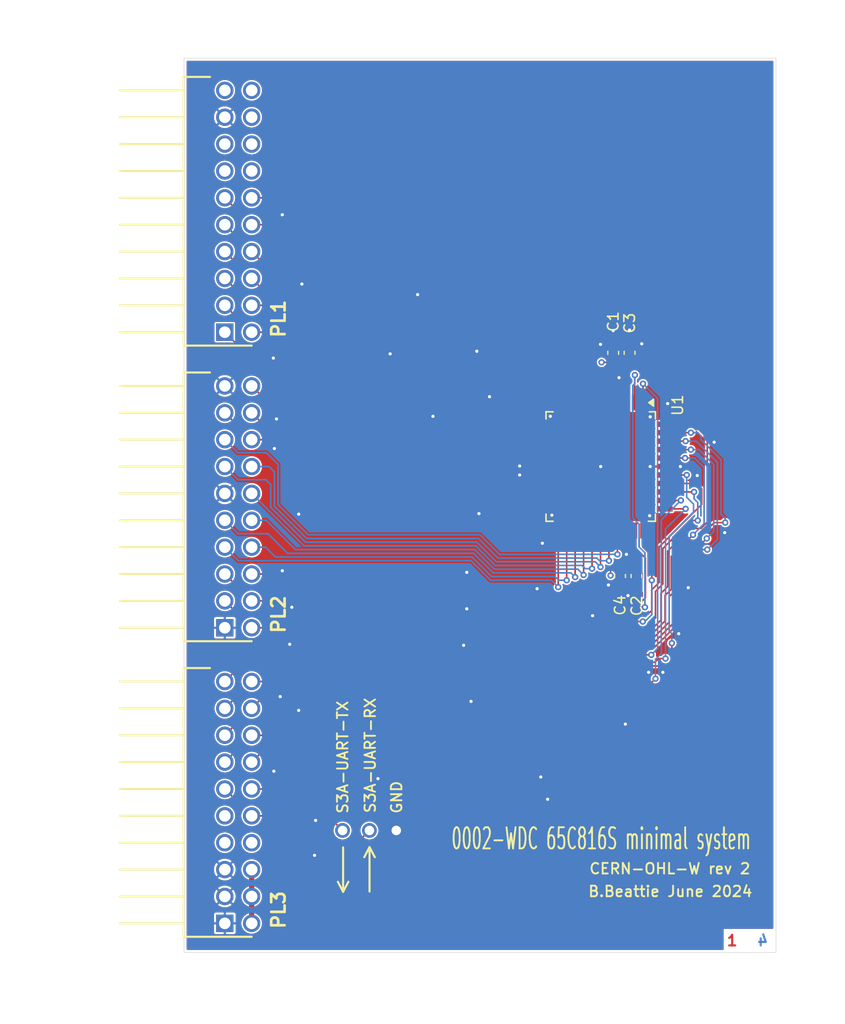
<source format=kicad_pcb>
(kicad_pcb (version 20240108) (generator "pcbnew") (generator_version "8.0")
  (title_block (title "65C816S Minimal System using Spartan3A Starter Kit") (date "2024-06-06") (rev "A") (comment 1 "CERN-OHL-W ver 2"))
  (layers (0 "F.Cu" jumper) (1 "In1.Cu" jumper) (2 "In2.Cu" signal) (31 "B.Cu" signal) (35 "F.Paste" user) (37 "F.SilkS" user "F.Silkscreen") (38 "B.Mask" user) (39 "F.Mask" user) (44 "Edge.Cuts" user))
  (net 0 "")
  (net 1 "/VDD")
  (net 2 "/A10")
  (net 3 "/A0")
  (net 4 "/A9")
  (net 8 "/A11")
  (net 9 "/A3")
  (net 12 "/A4")
  (net 13 "/A2")
  (net 14 "/GND")
  (net 15 "/A8")
  (net 16 "/A5")
  (net 17 "/A1")
  (net 18 "/A7")
  (net 19 "/A6")
  (net 20 "/D2")
  (net 21 "/D1")
  (net 22 "/D5")
  (net 23 "/VPA")
  (net 24 "/VDA")
  (net 25 "/A13")
  (net 26 "/D7")
  (net 27 "/D0")
  (net 28 "/A15")
  (net 29 "/E")
  (net 30 "/D6")
  (net 31 "/A14")
  (net 32 "/RnW")
  (net 33 "/D4")
  (net 34 "/D3")
  (net 35 "/A12")
  (net 36 "/MX")
  (net 37 "/nABORT")
  (net 38 "/5V0")
  (net 39 "/S3A-UART-RX")
  (net 40 "/nVP")
  (net 41 "/RDY")
  (net 42 "/BE")
  (net 44 "/nRESET")
  (net 46 "/nML")
  (net 47 "/nNMI")
  (net 49 "/SYSCLK")
  (net 50 "/nIRQ")
  (net 51 "/S3A-UART-TX")
  (footprint "Capacitor_SMD:C_0603_1608Metric_Pad1.08x0.95mm_HandSolder" (layer "F.Cu") (at 163.4 111.95 -90)
    (property "Reference" "C2")
    (property "Value" "100nF")
  )
  (footprint "Capacitor_SMD:C_0603_1608Metric_Pad1.08x0.95mm_HandSolder" (layer "F.Cu") (at 161.85 111.95 -90)
    (property "Reference" "C4")
    (property "Value" "C")
  )
  (footprint "Capacitor_SMD:C_0603_1608Metric_Pad1.08x0.95mm_HandSolder" (layer "F.Cu") (at 161.2 90.85 90)
    (property "Reference" "C1")
    (property "Value" "100nF")
  )
  (footprint "footprints:PQFP-44_10x10mm_P0.8mm" (layer "F.Cu") (at 160.02 101.6 -90)
    (property "Reference" "U1")
    (property "Value" "~")
  )
  (footprint "hdrs-skts:ADAM-TECH-PH2RA-20-UA" (layer "F.Cu") (at 124.46 116.84 90)
    (property "Reference" "PL2")
    (property "Value" "PH2RA-20-UA" (hide yes))
  )
  (footprint "hdrs-skts:ADAM-TECH-PH2RA-20-UA" (layer "F.Cu") (at 124.46 88.9 90)
    (property "Reference" "PL1")
    (property "Value" "PH2RA-20-UA" (hide yes))
  )
  (footprint "Capacitor_SMD:C_0603_1608Metric_Pad1.08x0.95mm_HandSolder" (layer "F.Cu") (at 162.75 90.85 90)
    (property "Reference" "C3")
    (property "Value" "C")
  )
  (footprint "hdrs-skts:ADAM-TECH-PH2RA-20-UA" (layer "F.Cu") (at 124.46 144.78 90)
    (property "Reference" "PL3")
    (property "Value" "PH2RA-20-UA" (hide yes))
  )
  (gr_line (start 135.65 141.8) (end 135.15 140.85) (stroke (width 0.2)) (layer "F.SilkS"))
  (gr_line (start 135.65 141.8) (end 136.15 140.85) (stroke (width 0.2)) (layer "F.SilkS"))
  (gr_line (start 135.65 137.6) (end 135.65 141.8) (stroke (width 0.2)) (layer "F.SilkS"))
  (gr_line (start 138.15 137.575) (end 138.65 138.525) (stroke (width 0.2)) (layer "F.SilkS"))
  (gr_line (start 138.15 137.575) (end 137.65 138.525) (stroke (width 0.2)) (layer "F.SilkS"))
  (gr_line (start 138.15 141.775) (end 138.15 137.575) (stroke (width 0.2)) (layer "F.SilkS"))
  (gr_rect (start 120.6 63) (end 176.6 147.54) (stroke (width 0.05)) (fill none) (layer "Edge.Cuts"))
  (gr_text "1" (at 171.85 147 0) (layer "F.Cu") (effects (font (size 1 1) (thickness 0.2) (bold yes)) (justify left bottom)))
  (gr_text "4" (at 175.95 147 0) (layer "B.Cu") (effects (font (size 1 1) (thickness 0.2) (bold yes)) (justify left bottom mirror)))
  (gr_text "0002-WDC 65C816S minimal system" (at 145.8 137.95 0) (layer "F.SilkS") (effects (font (size 2 1) (thickness 0.175) (bold yes)) (justify left bottom)))
  (gr_text "S3A-UART-TX" (at 136.2 134.5 90) (layer "F.SilkS") (effects (font (size 1 1) (thickness 0.175) (bold yes)) (justify left bottom)))
  (gr_text "B.Beattie June 2024" (at 158.75 142.35 0) (layer "F.SilkS") (effects (font (size 1 1) (thickness 0.175)) (justify left bottom)))
  (gr_text "GND" (at 141.3 134.5 90) (layer "F.SilkS") (effects (font (size 1 1) (thickness 0.175) (bold yes)) (justify left bottom)))
  (gr_text "CERN-OHL-W rev 2" (at 158.85 140.2 0) (layer "F.SilkS") (effects (font (size 1 1) (thickness 0.175) (bold yes)) (justify left bottom)))
  (gr_text "S3A-UART-RX" (at 138.8 134.45 90) (layer "F.SilkS") (effects (font (size 1 1) (thickness 0.175) (bold yes)) (justify left bottom)))
  (segment (start 161.1625 91.75) (end 161.2 91.7125) (width 0.15) (layer "F.Cu") (net 1))
  (segment (start 162.55 91.9125) (end 162.55 93.8) (width 0.15) (layer "F.Cu") (net 1))
  (segment (start 161.85 111.0875) (end 163.4 111.0875) (width 0.15) (layer "F.Cu") (net 1))
  (segment (start 162.42 93.93) (end 162.42 95.55) (width 0.15) (layer "F.Cu") (net 1))
  (segment (start 163.4 111.0875) (end 163.4 109.95) (width 0.15) (layer "F.Cu") (net 1))
  (segment (start 160.1 91.75) (end 161.1625 91.75) (width 0.15) (layer "F.Cu") (net 1))
  (segment (start 161.2 91.7125) (end 162.75 91.7125) (width 0.15) (layer "F.Cu") (net 1))
  (segment (start 161.1125 111.0875) (end 161.85 111.0875) (width 0.15) (layer "F.Cu") (net 1))
  (segment (start 163.4 109.95) (end 162.42 108.97) (width 0.15) (layer "F.Cu") (net 1))
  (segment (start 160.95 111.9) (end 160.95 111.25) (width 0.15) (layer "F.Cu") (net 1))
  (segment (start 162.42 108.97) (end 162.42 107.65) (width 0.15) (layer "F.Cu") (net 1))
  (segment (start 160.95 111.25) (end 161.1125 111.0875) (width 0.15) (layer "F.Cu") (net 1))
  (segment (start 162.75 91.7125) (end 162.55 91.9125) (width 0.15) (layer "F.Cu") (net 1))
  (segment (start 162.55 93.8) (end 162.42 93.93) (width 0.15) (layer "F.Cu") (net 1))
  (via (at 160.1 91.75) (size 0.6) (drill 0.3) (layers "F.Cu" "B.Cu") (net 1))
  (via (at 160.95 111.9) (size 0.6) (drill 0.3) (layers "F.Cu" "B.Cu") (net 1))
  (segment (start 152.6 100) (end 153.97 100) (width 0.15) (layer "F.Cu") (net 2))
  (segment (start 149.65 98.65) (end 151.25 98.65) (width 0.15) (layer "F.Cu") (net 2))
  (segment (start 129.05 88.9) (end 129.95 89.8) (width 0.15) (layer "F.Cu") (net 2))
  (segment (start 127 88.9) (end 129.05 88.9) (width 0.15) (layer "F.Cu") (net 2))
  (segment (start 140.8 89.8) (end 149.65 98.65) (width 0.15) (layer "F.Cu") (net 2))
  (segment (start 129.95 89.8) (end 140.8 89.8) (width 0.15) (layer "F.Cu") (net 2))
  (segment (start 151.25 98.65) (end 152.6 100) (width 0.15) (layer "F.Cu") (net 2))
  (segment (start 129.25 76.85) (end 129.25 78.1) (width 0.15) (layer "F.Cu") (net 3))
  (segment (start 128.6 76.2) (end 129.25 76.85) (width 0.15) (layer "F.Cu") (net 3))
  (segment (start 148 91.75) (end 157.6 91.75) (width 0.15) (layer "F.Cu") (net 3))
  (segment (start 129.25 78.1) (end 130.35 79.2) (width 0.15) (layer "F.Cu") (net 3))
  (segment (start 160.72 93.4) (end 161.62 94.3) (width 0.15) (layer "F.Cu") (net 3))
  (segment (start 159.25 93.4) (end 160.72 93.4) (width 0.15) (layer "F.Cu") (net 3))
  (segment (start 130.35 79.2) (end 130.35 84.05) (width 0.15) (layer "F.Cu") (net 3))
  (segment (start 130.35 84.05) (end 132.5 86.2) (width 0.15) (layer "F.Cu") (net 3))
  (segment (start 157.6 91.75) (end 159.25 93.4) (width 0.15) (layer "F.Cu") (net 3))
  (segment (start 132.5 86.2) (end 142.45 86.2) (width 0.15) (layer "F.Cu") (net 3))
  (segment (start 142.45 86.2) (end 148 91.75) (width 0.15) (layer "F.Cu") (net 3))
  (segment (start 127 76.2) (end 128.6 76.2) (width 0.15) (layer "F.Cu") (net 3))
  (segment (start 161.62 94.3) (end 161.62 95.55) (width 0.15) (layer "F.Cu") (net 3))
  (segment (start 141 89.4) (end 149.9 98.3) (width 0.15) (layer "F.Cu") (net 4))
  (segment (start 128.45 87.6) (end 130.25 89.4) (width 0.15) (layer "F.Cu") (net 4))
  (segment (start 149.9 98.3) (end 151.75 98.3) (width 0.15) (layer "F.Cu") (net 4))
  (segment (start 151.75 98.3) (end 152.65 99.2) (width 0.15) (layer "F.Cu") (net 4))
  (segment (start 130.25 89.4) (end 141 89.4) (width 0.15) (layer "F.Cu") (net 4))
  (segment (start 125.7 87.6) (end 128.45 87.6) (width 0.15) (layer "F.Cu") (net 4))
  (segment (start 124.46 86.36) (end 125.7 87.6) (width 0.15) (layer "F.Cu") (net 4))
  (segment (start 152.65 99.2) (end 153.97 99.2) (width 0.15) (layer "F.Cu") (net 4))
  (segment (start 125.71 90.15) (end 140.55 90.15) (width 0.15) (layer "F.Cu") (net 8))
  (segment (start 140.55 90.15) (end 149.4 99) (width 0.15) (layer "F.Cu") (net 8))
  (segment (start 124.46 88.9) (end 125.71 90.15) (width 0.15) (layer "F.Cu") (net 8))
  (segment (start 152.65 100.8) (end 153.97 100.8) (width 0.15) (layer "F.Cu") (net 8))
  (segment (start 149.4 99) (end 150.85 99) (width 0.15) (layer "F.Cu") (net 8))
  (segment (start 150.85 99) (end 152.65 100.8) (width 0.15) (layer "F.Cu") (net 8))
  (segment (start 129.3 84.5) (end 132.05 87.25) (width 0.15) (layer "F.Cu") (net 9))
  (segment (start 128 80) (end 129.3 81.3) (width 0.15) (layer "F.Cu") (net 9))
  (segment (start 124.46 78.74) (end 125.72 80) (width 0.15) (layer "F.Cu") (net 9))
  (segment (start 125.72 80) (end 128 80) (width 0.15) (layer "F.Cu") (net 9))
  (segment (start 156.87 92.8) (end 158.42 94.35) (width 0.15) (layer "F.Cu") (net 9))
  (segment (start 129.3 81.3) (end 129.3 84.5) (width 0.15) (layer "F.Cu") (net 9))
  (segment (start 132.05 87.25) (end 142.05 87.25) (width 0.15) (layer "F.Cu") (net 9))
  (segment (start 142.05 87.25) (end 147.6 92.8) (width 0.15) (layer "F.Cu") (net 9))
  (segment (start 158.42 94.35) (end 158.42 95.55) (width 0.15) (layer "F.Cu") (net 9))
  (segment (start 147.6 92.8) (end 156.87 92.8) (width 0.15) (layer "F.Cu") (net 9))
  (segment (start 127 81.28) (end 128.95 83.23) (width 0.15) (layer "F.Cu") (net 12))
  (segment (start 156.37 93.15) (end 157.62 94.4) (width 0.15) (layer "F.Cu") (net 12))
  (segment (start 128.95 83.23) (end 128.95 84.7) (width 0.15) (layer "F.Cu") (net 12))
  (segment (start 157.62 94.4) (end 157.62 95.55) (width 0.15) (layer "F.Cu") (net 12))
  (segment (start 147.45 93.15) (end 156.37 93.15) (width 0.15) (layer "F.Cu") (net 12))
  (segment (start 128.95 84.7) (end 131.85 87.6) (width 0.15) (layer "F.Cu") (net 12))
  (segment (start 141.9 87.6) (end 147.45 93.15) (width 0.15) (layer "F.Cu") (net 12))
  (segment (start 131.85 87.6) (end 141.9 87.6) (width 0.15) (layer "F.Cu") (net 12))
  (segment (start 157.32 92.45) (end 159.22 94.35) (width 0.15) (layer "F.Cu") (net 13))
  (segment (start 129.65 79.55) (end 129.65 84.35) (width 0.15) (layer "F.Cu") (net 13))
  (segment (start 127 78.74) (end 128.84 78.74) (width 0.15) (layer "F.Cu") (net 13))
  (segment (start 129.65 84.35) (end 132.2 86.9) (width 0.15) (layer "F.Cu") (net 13))
  (segment (start 142.2 86.9) (end 147.75 92.45) (width 0.15) (layer "F.Cu") (net 13))
  (segment (start 159.22 94.35) (end 159.22 95.55) (width 0.15) (layer "F.Cu") (net 13))
  (segment (start 132.2 86.9) (end 142.2 86.9) (width 0.15) (layer "F.Cu") (net 13))
  (segment (start 147.75 92.45) (end 157.32 92.45) (width 0.15) (layer "F.Cu") (net 13))
  (segment (start 128.84 78.74) (end 129.65 79.55) (width 0.15) (layer "F.Cu") (net 13))
  (segment (start 153.97 102.4) (end 155.3 102.4) (width 0.15) (layer "F.Cu") (net 14))
  (segment (start 167.55 101.6) (end 169 101.6) (width 0.15) (layer "F.Cu") (net 14))
  (segment (start 166.07 101.6) (end 164.7 101.6) (width 0.15) (layer "F.Cu") (net 14))
  (segment (start 169 101.6) (end 169.5 102.1) (width 0.15) (layer "F.Cu") (net 14))
  (segment (start 166.07 101.6) (end 167.55 101.6) (width 0.15) (layer "F.Cu") (net 14))
  (segment (start 153.97 101.6) (end 155.25 101.6) (width 0.15) (layer "F.Cu") (net 14))
  (via (at 138.95 131.1) (size 0.6) (drill 0.3) (layers "F.Cu" "B.Cu") (net 14))
  (via (at 167.4 117.4) (size 0.6) (drill 0.3) (layers "F.Cu" "B.Cu") (net 14))
  (via (at 142.7 85.35) (size 0.6) (drill 0.3) (layers "F.Cu" "B.Cu") (net 14))
  (via (at 168.3 113.05) (size 0.6) (drill 0.3) (layers "F.Cu" "B.Cu") (net 14))
  (via (at 129.7 123.35) (size 0.6) (drill 0.3) (layers "F.Cu" "B.Cu") (net 14))
  (via (at 129.1 130.4) (size 0.6) (drill 0.3) (layers "F.Cu" "B.Cu") (net 14))
  (via (at 162.6 113.8) (size 0.6) (drill 0.3) (layers "F.Cu" "B.Cu") (net 14))
  (via (at 147.35 111.6) (size 0.6) (drill 0.3) (layers "F.Cu" "B.Cu") (net 14))
  (via (at 170.75 99.3) (size 0.6) (drill 0.3) (layers "F.Cu" "B.Cu") (net 14))
  (via (at 164.65 106.25) (size 0.6) (drill 0.3) (layers "F.Cu" "B.Cu") (net 14))
  (via (at 164.7 101.6) (size 0.6) (drill 0.3) (layers "F.Cu" "B.Cu") (net 14))
  (via (at 163.9 90) (size 0.6) (drill 0.3) (layers "F.Cu" "B.Cu") (net 14))
  (via (at 149.5 95) (size 0.6) (drill 0.3) (layers "F.Cu" "B.Cu") (net 14))
  (via (at 129.15 99.9) (size 0.6) (drill 0.3) (layers "F.Cu" "B.Cu") (net 14))
  (via (at 140.68 136) (size 1.4) (drill 0.9) (layers "F.Cu" "B.Cu") (net 14))
  (via (at 148.3 90.7) (size 0.6) (drill 0.3) (layers "F.Cu" "B.Cu") (net 14))
  (via (at 154.35 130.95) (size 0.6) (drill 0.3) (layers "F.Cu" "B.Cu") (net 14))
  (via (at 165.9 121.05) (size 0.6) (drill 0.3) (layers "F.Cu" "B.Cu") (net 14))
  (via (at 162.45 109.9) (size 0.6) (drill 0.3) (layers "F.Cu" "B.Cu") (net 14))
  (via (at 131.75 84.35) (size 0.6) (drill 0.3) (layers "F.Cu" "B.Cu") (net 14))
  (via (at 148.5 106.05) (size 0.6) (drill 0.3) (layers "F.Cu" "B.Cu") (net 14))
  (via (at 130.6 118.4) (size 0.6) (drill 0.3) (layers "F.Cu" "B.Cu") (net 14))
  (via (at 147.75 123.8) (size 0.6) (drill 0.3) (layers "F.Cu" "B.Cu") (net 14))
  (via (at 161.75 93.2) (size 0.6) (drill 0.3) (layers "F.Cu" "B.Cu") (net 14))
  (via (at 154 113.15) (size 0.6) (drill 0.3) (layers "F.Cu" "B.Cu") (net 14))
  (via (at 155.4 106.2) (size 0.6) (drill 0.3) (layers "F.Cu" "B.Cu") (net 14))
  (via (at 169.15 102.45) (size 0.6) (drill 0.3) (layers "F.Cu" "B.Cu") (net 14))
  (via (at 154.5 108.85) (size 0.6) (drill 0.3) (layers "F.Cu" "B.Cu") (net 14))
  (via (at 129.9 77.8) (size 0.6) (drill 0.3) (layers "F.Cu" "B.Cu") (net 14))
  (via (at 155.25 96.85) (size 0.6) (drill 0.3) (layers "F.Cu" "B.Cu") (net 14))
  (via (at 147.35 115.05) (size 0.6) (drill 0.3) (layers "F.Cu" "B.Cu") (net 14))
  (via (at 133.05 135.05) (size 0.6) (drill 0.3) (layers "F.Cu" "B.Cu") (net 14))
  (via (at 152.35 101.55) (size 0.6) (drill 0.3) (layers "F.Cu" "B.Cu") (net 14))
  (via (at 162.35 125.95) (size 0.6) (drill 0.3) (layers "F.Cu" "B.Cu") (net 14))
  (via (at 162.75 88.7) (size 0.6) (drill 0.3) (layers "F.Cu" "B.Cu") (net 14))
  (via (at 159.25 115.7) (size 0.6) (drill 0.3) (layers "F.Cu" "B.Cu") (net 14))
  (via (at 160.02 101.6) (size 0.6) (drill 0.3) (layers "F.Cu" "B.Cu") (net 14))
  (via (at 166.35 95.65) (size 0.6) (drill 0.3) (layers "F.Cu" "B.Cu") (net 14))
  (via (at 147.05 118.5) (size 0.6) (drill 0.3) (layers "F.Cu" "B.Cu") (net 14))
  (via (at 160 90.05) (size 0.6) (drill 0.3) (layers "F.Cu" "B.Cu") (net 14))
  (via (at 131.45 124.65) (size 0.6) (drill 0.3) (layers "F.Cu" "B.Cu") (net 14))
  (via (at 164.55 121.05) (size 0.6) (drill 0.3) (layers "F.Cu" "B.Cu") (net 14))
  (via (at 130.8 114.9) (size 0.6) (drill 0.3) (layers "F.Cu" "B.Cu") (net 14))
  (via (at 129.05 91.35) (size 0.6) (drill 0.3) (layers "F.Cu" "B.Cu") (net 14))
  (via (at 167.55 101.6) (size 0.6) (drill 0.3) (layers "F.Cu" "B.Cu") (net 14))
  (via (at 171.75 107.85) (size 0.6) (drill 0.3) (layers "F.Cu" "B.Cu") (net 14))
  (via (at 144.15 96.85) (size 0.6) (drill 0.3) (layers "F.Cu" "B.Cu") (net 14))
  (via (at 160.75 112.8) (size 0.6) (drill 0.3) (layers "F.Cu" "B.Cu") (net 14))
  (via (at 164.7 96.9) (size 0.6) (drill 0.3) (layers "F.Cu" "B.Cu") (net 14))
  (via (at 152.35 102.4) (size 0.6) (drill 0.3) (layers "F.Cu" "B.Cu") (net 14))
  (via (at 131.45 106.1) (size 0.6) (drill 0.3) (layers "F.Cu" "B.Cu") (net 14))
  (via (at 129.9 111.45) (size 0.6) (drill 0.3) (layers "F.Cu" "B.Cu") (net 14))
  (via (at 132.95 138.35) (size 0.6) (drill 0.3) (layers "F.Cu" "B.Cu") (net 14))
  (via (at 129.35 97.1) (size 0.6) (drill 0.3) (layers "F.Cu" "B.Cu") (net 14))
  (via (at 155 133.05) (size 0.6) (drill 0.3) (layers "F.Cu" "B.Cu") (net 14))
  (via (at 140.1 90.95) (size 0.6) (drill 0.3) (layers "F.Cu" "B.Cu") (net 14))
  (via (at 161.2 88.75) (size 0.6) (drill 0.3) (layers "F.Cu" "B.Cu") (net 14))
  (segment (start 152.2 97.95) (end 152.65 98.4) (width 0.15) (layer "F.Cu") (net 15))
  (segment (start 150.1 97.95) (end 152.2 97.95) (width 0.15) (layer "F.Cu") (net 15))
  (segment (start 130.45 89.05) (end 141.2 89.05) (width 0.15) (layer "F.Cu") (net 15))
  (segment (start 141.2 89.05) (end 150.1 97.95) (width 0.15) (layer "F.Cu") (net 15))
  (segment (start 152.65 98.4) (end 153.97 98.4) (width 0.15) (layer "F.Cu") (net 15))
  (segment (start 128.4 86.36) (end 128.75 86.71) (width 0.15) (layer "F.Cu") (net 15))
  (segment (start 127 86.36) (end 128.4 86.36) (width 0.15) (layer "F.Cu") (net 15))
  (segment (start 128.75 86.71) (end 128.75 87.35) (width 0.15) (layer "F.Cu") (net 15))
  (segment (start 128.75 87.35) (end 130.45 89.05) (width 0.15) (layer "F.Cu") (net 15))
  (segment (start 129.8 86.7) (end 131.05 87.95) (width 0.15) (layer "F.Cu") (net 16))
  (segment (start 128.6 83.5) (end 128.6 84.85) (width 0.15) (layer "F.Cu") (net 16))
  (segment (start 141.75 87.95) (end 147.3 93.5) (width 0.15) (layer "F.Cu") (net 16))
  (segment (start 128.6 84.85) (end 129.8 86.05) (width 0.15) (layer "F.Cu") (net 16))
  (segment (start 129.8 86.05) (end 129.8 86.7) (width 0.15) (layer "F.Cu") (net 16))
  (segment (start 127.65 82.55) (end 128.6 83.5) (width 0.15) (layer "F.Cu") (net 16))
  (segment (start 156.82 94.45) (end 156.82 95.55) (width 0.15) (layer "F.Cu") (net 16))
  (segment (start 155.87 93.5) (end 156.82 94.45) (width 0.15) (layer "F.Cu") (net 16))
  (segment (start 124.46 81.28) (end 125.73 82.55) (width 0.15) (layer "F.Cu") (net 16))
  (segment (start 131.05 87.95) (end 141.75 87.95) (width 0.15) (layer "F.Cu") (net 16))
  (segment (start 147.3 93.5) (end 155.87 93.5) (width 0.15) (layer "F.Cu") (net 16))
  (segment (start 125.73 82.55) (end 127.65 82.55) (width 0.15) (layer "F.Cu") (net 16))
  (segment (start 142.35 86.55) (end 147.9 92.1) (width 0.15) (layer "F.Cu") (net 17))
  (segment (start 160.21 93.74) (end 160.82 94.35) (width 0.15) (layer "F.Cu") (net 17))
  (segment (start 130 84.2) (end 132.35 86.55) (width 0.15) (layer "F.Cu") (net 17))
  (segment (start 160.82 94.35) (end 160.82 95.55) (width 0.15) (layer "F.Cu") (net 17))
  (segment (start 157.5 92.1) (end 159.14 93.74) (width 0.15) (layer "F.Cu") (net 17))
  (segment (start 159.14 93.74) (end 160.21 93.74) (width 0.15) (layer "F.Cu") (net 17))
  (segment (start 128.1 77.45) (end 130 79.35) (width 0.15) (layer "F.Cu") (net 17))
  (segment (start 132.35 86.55) (end 142.35 86.55) (width 0.15) (layer "F.Cu") (net 17))
  (segment (start 124.46 76.2) (end 125.71 77.45) (width 0.15) (layer "F.Cu") (net 17))
  (segment (start 147.9 92.1) (end 157.5 92.1) (width 0.15) (layer "F.Cu") (net 17))
  (segment (start 130 79.35) (end 130 84.2) (width 0.15) (layer "F.Cu") (net 17))
  (segment (start 125.71 77.45) (end 128.1 77.45) (width 0.15) (layer "F.Cu") (net 17))
  (segment (start 129.1 87.2) (end 129.1 86.5) (width 0.15) (layer "F.Cu") (net 18))
  (segment (start 129.1 86.5) (end 127.7 85.1) (width 0.15) (layer "F.Cu") (net 18))
  (segment (start 141.45 88.7) (end 130.6 88.7) (width 0.15) (layer "F.Cu") (net 18))
  (segment (start 141.45 88.7) (end 150.35 97.6) (width 0.15) (layer "F.Cu") (net 18))
  (segment (start 130.6 88.7) (end 129.1 87.2) (width 0.15) (layer "F.Cu") (net 18))
  (segment (start 150.35 97.6) (end 153.97 97.6) (width 0.15) (layer "F.Cu") (net 18))
  (segment (start 127.7 85.1) (end 125.74 85.1) (width 0.15) (layer "F.Cu") (net 18))
  (segment (start 125.74 85.1) (end 124.46 83.82) (width 0.15) (layer "F.Cu") (net 18))
  (segment (start 129.45 86.9) (end 130.85 88.3) (width 0.15) (layer "F.Cu") (net 19))
  (segment (start 127 83.82) (end 129.45 86.27) (width 0.15) (layer "F.Cu") (net 19))
  (segment (start 141.6 88.3) (end 147.15 93.85) (width 0.15) (layer "F.Cu") (net 19))
  (segment (start 155.42 93.85) (end 156.02 94.45) (width 0.15) (layer "F.Cu") (net 19))
  (segment (start 147.15 93.85) (end 155.42 93.85) (width 0.15) (layer "F.Cu") (net 19))
  (segment (start 129.45 86.27) (end 129.45 86.9) (width 0.15) (layer "F.Cu") (net 19))
  (segment (start 156.02 94.45) (end 156.02 95.55) (width 0.15) (layer "F.Cu") (net 19))
  (segment (start 130.85 88.3) (end 141.6 88.3) (width 0.15) (layer "F.Cu") (net 19))
  (segment (start 160.02 107.65) (end 160.02 108.88) (width 0.15) (layer "F.Cu") (net 20))
  (segment (start 160.02 108.88) (end 160 108.9) (width 0.15) (layer "F.Cu") (net 20))
  (segment (start 160 111.1) (end 160 108.9) (width 0.15) (layer "F.Cu") (net 20))
  (via (at 160 111.1) (size 0.6) (drill 0.3) (layers "F.Cu" "B.Cu") (net 20))
  (segment (start 128.8 103.3) (end 128.8 105.45) (width 0.15) (layer "B.Cu") (net 20))
  (segment (start 159.5 110.6) (end 160 111.1) (width 0.15) (layer "B.Cu") (net 20))
  (segment (start 128.8 105.45) (end 132.1 108.75) (width 0.15) (layer "B.Cu") (net 20))
  (segment (start 124.46 101.6) (end 125.71 102.85) (width 0.15) (layer "B.Cu") (net 20))
  (segment (start 148.3 108.75) (end 150.15 110.6) (width 0.15) (layer "B.Cu") (net 20))
  (segment (start 132.1 108.75) (end 148.3 108.75) (width 0.15) (layer "B.Cu") (net 20))
  (segment (start 150.15 110.6) (end 159.5 110.6) (width 0.15) (layer "B.Cu") (net 20))
  (segment (start 125.71 102.85) (end 128.35 102.85) (width 0.15) (layer "B.Cu") (net 20))
  (segment (start 128.35 102.85) (end 128.8 103.3) (width 0.15) (layer "B.Cu") (net 20))
  (segment (start 160.8 107.67) (end 160.82 107.65) (width 0.15) (layer "F.Cu") (net 21))
  (segment (start 160.8 110.5) (end 160.8 107.67) (width 0.15) (layer "F.Cu") (net 21))
  (via (at 160.8 110.5) (size 0.6) (drill 0.3) (layers "F.Cu" "B.Cu") (net 21))
  (segment (start 159.9 110.5) (end 159.65 110.25) (width 0.15) (layer "B.Cu") (net 21))
  (segment (start 150.3 110.25) (end 148.45 108.4) (width 0.15) (layer "B.Cu") (net 21))
  (segment (start 129.15 102.1) (end 128.65 101.6) (width 0.15) (layer "B.Cu") (net 21))
  (segment (start 132.2 108.4) (end 129.15 105.35) (width 0.15) (layer "B.Cu") (net 21))
  (segment (start 160.8 110.5) (end 159.9 110.5) (width 0.15) (layer "B.Cu") (net 21))
  (segment (start 128.65 101.6) (end 127 101.6) (width 0.15) (layer "B.Cu") (net 21))
  (segment (start 129.15 105.35) (end 129.15 102.1) (width 0.15) (layer "B.Cu") (net 21))
  (segment (start 148.45 108.4) (end 132.2 108.4) (width 0.15) (layer "B.Cu") (net 21))
  (segment (start 159.65 110.25) (end 150.3 110.25) (width 0.15) (layer "B.Cu") (net 21))
  (segment (start 157.6 112.05) (end 157.6 107.67) (width 0.15) (layer "F.Cu") (net 22))
  (segment (start 157.6 107.67) (end 157.62 107.65) (width 0.15) (layer "F.Cu") (net 22))
  (via (at 157.6 112.05) (size 0.6) (drill 0.3) (layers "F.Cu" "B.Cu") (net 22))
  (segment (start 157.2 111.65) (end 157.6 112.05) (width 0.15) (layer "B.Cu") (net 22))
  (segment (start 128.55 107.95) (end 130.4 109.8) (width 0.15) (layer "B.Cu") (net 22))
  (segment (start 124.46 106.68) (end 125.73 107.95) (width 0.15) (layer "B.Cu") (net 22))
  (segment (start 130.4 109.8) (end 148 109.8) (width 0.15) (layer "B.Cu") (net 22))
  (segment (start 149.85 111.65) (end 157.2 111.65) (width 0.15) (layer "B.Cu") (net 22))
  (segment (start 148 109.8) (end 149.85 111.65) (width 0.15) (layer "B.Cu") (net 22))
  (segment (start 125.73 107.95) (end 128.55 107.95) (width 0.15) (layer "B.Cu") (net 22))
  (segment (start 149.1 114.4) (end 159.85 114.4) (width 0.15) (layer "F.Cu") (net 23))
  (segment (start 124.46 111.76) (end 125.75 113.05) (width 0.15) (layer "F.Cu") (net 23))
  (segment (start 125.75 113.05) (end 147.75 113.05) (width 0.15) (layer "F.Cu") (net 23))
  (segment (start 159.85 114.4) (end 160.35 114.9) (width 0.15) (layer "F.Cu") (net 23))
  (segment (start 147.75 113.05) (end 149.1 114.4) (width 0.15) (layer "F.Cu") (net 23))
  (segment (start 160.35 114.9) (end 164.2 114.9) (width 0.15) (layer "F.Cu") (net 23))
  (segment (start 163.22 92.98) (end 163.25 92.95) (width 0.15) (layer "F.Cu") (net 23))
  (segment (start 163.22 95.55) (end 163.22 92.98) (width 0.15) (layer "F.Cu") (net 23))
  (via (at 164.2 114.9) (size 0.6) (drill 0.3) (layers "F.Cu" "B.Cu") (net 23))
  (via (at 163.25 92.95) (size 0.6) (drill 0.3) (layers "F.Cu" "B.Cu") (net 23))
  (segment (start 163.05 106.45) (end 163.05 93.95) (width 0.15) (layer "B.Cu") (net 23))
  (segment (start 164.2 114.9) (end 164.2 109.75) (width 0.15) (layer "B.Cu") (net 23))
  (segment (start 163.65 109.2) (end 163.65 107.05) (width 0.15) (layer "B.Cu") (net 23))
  (segment (start 163.65 107.05) (end 163.05 106.45) (width 0.15) (layer "B.Cu") (net 23))
  (segment (start 164.2 109.75) (end 163.65 109.2) (width 0.15) (layer "B.Cu") (net 23))
  (segment (start 163.25 93.75) (end 163.25 92.95) (width 0.15) (layer "B.Cu") (net 23))
  (segment (start 163.05 93.95) (end 163.25 93.75) (width 0.15) (layer "B.Cu") (net 23))
  (segment (start 163.95 115.55) (end 164.5 115.55) (width 0.15) (layer "F.Cu") (net 24))
  (segment (start 127 114.3) (end 128.75 114.3) (width 0.15) (layer "F.Cu") (net 24))
  (segment (start 147.6 113.4) (end 149 114.8) (width 0.15) (layer "F.Cu") (net 24))
  (segment (start 169.575 105.175) (end 169.575 103.725) (width 0.15) (layer "F.Cu") (net 24))
  (segment (start 169.05 103.2) (end 166.07 103.2) (width 0.15) (layer "F.Cu") (net 24))
  (segment (start 159.75 114.8) (end 160.25 115.3) (width 0.15) (layer "F.Cu") (net 24))
  (segment (start 165.55 112.55) (end 165.55 109.2) (width 0.15) (layer "F.Cu") (net 24))
  (segment (start 169.575 103.725) (end 169.05 103.2) (width 0.15) (layer "F.Cu") (net 24))
  (segment (start 164.5 115.55) (end 164.85 115.2) (width 0.15) (layer "F.Cu") (net 24))
  (segment (start 165.55 109.2) (end 169.575 105.175) (width 0.15) (layer "F.Cu") (net 24))
  (segment (start 149 114.8) (end 159.75 114.8) (width 0.15) (layer "F.Cu") (net 24))
  (segment (start 164.85 115.2) (end 164.85 113.25) (width 0.15) (layer "F.Cu") (net 24))
  (segment (start 128.75 114.3) (end 129.65 113.4) (width 0.15) (layer "F.Cu") (net 24))
  (segment (start 129.65 113.4) (end 147.6 113.4) (width 0.15) (layer "F.Cu") (net 24))
  (segment (start 164.85 113.25) (end 165.55 112.55) (width 0.15) (layer "F.Cu") (net 24))
  (segment (start 160.25 115.3) (end 163.7 115.3) (width 0.15) (layer "F.Cu") (net 24))
  (segment (start 163.7 115.3) (end 163.95 115.55) (width 0.15) (layer "F.Cu") (net 24))
  (segment (start 152.25 104) (end 153.97 104) (width 0.15) (layer "F.Cu") (net 25))
  (segment (start 128.83 98.35) (end 142.4 98.35) (width 0.15) (layer "F.Cu") (net 25))
  (segment (start 127 96.52) (end 128.83 98.35) (width 0.15) (layer "F.Cu") (net 25))
  (segment (start 147.6 103.55) (end 151.8 103.55) (width 0.15) (layer "F.Cu") (net 25))
  (segment (start 142.4 98.35) (end 147.6 103.55) (width 0.15) (layer "F.Cu") (net 25))
  (segment (start 151.8 103.55) (end 152.25 104) (width 0.15) (layer "F.Cu") (net 25))
  (segment (start 156 113) (end 156 107.67) (width 0.15) (layer "F.Cu") (net 26))
  (segment (start 156 107.67) (end 156.02 107.65) (width 0.15) (layer "F.Cu") (net 26))
  (via (at 156 113) (size 0.6) (drill 0.3) (layers "F.Cu" "B.Cu") (net 26))
  (segment (start 125.74 110.5) (end 124.46 109.22) (width 0.15) (layer "B.Cu") (net 26))
  (segment (start 149.6 112.35) (end 147.75 110.5) (width 0.15) (layer "B.Cu") (net 26))
  (segment (start 147.75 110.5) (end 125.74 110.5) (width 0.15) (layer "B.Cu") (net 26))
  (segment (start 156 113) (end 155.35 112.35) (width 0.15) (layer "B.Cu") (net 26))
  (segment (start 155.35 112.35) (end 149.6 112.35) (width 0.15) (layer "B.Cu") (net 26))
  (segment (start 161.6 109.9) (end 161.6 107.67) (width 0.15) (layer "F.Cu") (net 27))
  (segment (start 161.6 107.67) (end 161.62 107.65) (width 0.15) (layer "F.Cu") (net 27))
  (via (at 161.6 109.9) (size 0.6) (drill 0.3) (layers "F.Cu" "B.Cu") (net 27))
  (segment (start 125.7 100.3) (end 128.4 100.3) (width 0.15) (layer "B.Cu") (net 27))
  (segment (start 129.5 105.2) (end 132.35 108.05) (width 0.15) (layer "B.Cu") (net 27))
  (segment (start 132.35 108.05) (end 148.6 108.05) (width 0.15) (layer "B.Cu") (net 27))
  (segment (start 150.45 109.9) (end 161.6 109.9) (width 0.15) (layer "B.Cu") (net 27))
  (segment (start 124.46 99.06) (end 125.7 100.3) (width 0.15) (layer "B.Cu") (net 27))
  (segment (start 129.5 101.4) (end 129.5 105.2) (width 0.15) (layer "B.Cu") (net 27))
  (segment (start 128.4 100.3) (end 129.5 101.4) (width 0.15) (layer "B.Cu") (net 27))
  (segment (start 148.6 108.05) (end 150.45 109.9) (width 0.15) (layer "B.Cu") (net 27))
  (segment (start 147.35 104.25) (end 151.05 104.25) (width 0.15) (layer "F.Cu") (net 28))
  (segment (start 127 99.06) (end 142.16 99.06) (width 0.15) (layer "F.Cu") (net 28))
  (segment (start 142.16 99.06) (end 147.35 104.25) (width 0.15) (layer "F.Cu") (net 28))
  (segment (start 152.4 105.6) (end 153.97 105.6) (width 0.15) (layer "F.Cu") (net 28))
  (segment (start 151.05 104.25) (end 152.4 105.6) (width 0.15) (layer "F.Cu") (net 28))
  (segment (start 164.02 109.22) (end 164.02 107.65) (width 0.15) (layer "F.Cu") (net 29))
  (segment (start 164.85 110.05) (end 164.02 109.22) (width 0.15) (layer "F.Cu") (net 29))
  (segment (start 129.6 116.5) (end 162.85 116.5) (width 0.15) (layer "F.Cu") (net 29))
  (segment (start 164.85 112.35) (end 164.85 110.05) (width 0.15) (layer "F.Cu") (net 29))
  (segment (start 128.65 115.55) (end 129.6 116.5) (width 0.15) (layer "F.Cu") (net 29))
  (segment (start 162.85 116.5) (end 163.1 116.25) (width 0.15) (layer "F.Cu") (net 29))
  (segment (start 163.1 116.25) (end 164 116.25) (width 0.15) (layer "F.Cu") (net 29))
  (segment (start 124.46 114.3) (end 125.71 115.55) (width 0.15) (layer "F.Cu") (net 29))
  (segment (start 125.71 115.55) (end 128.65 115.55) (width 0.15) (layer "F.Cu") (net 29))
  (via (at 164.85 112.35) (size 0.6) (drill 0.3) (layers "F.Cu" "B.Cu") (net 29))
  (via (at 164 116.25) (size 0.6) (drill 0.3) (layers "F.Cu" "B.Cu") (net 29))
  (segment (start 164.85 115.6) (end 164.85 112.35) (width 0.15) (layer "B.Cu") (net 29))
  (segment (start 164 116.25) (end 164.2 116.25) (width 0.15) (layer "B.Cu") (net 29))
  (segment (start 164.2 116.25) (end 164.85 115.6) (width 0.15) (layer "B.Cu") (net 29))
  (segment (start 156.8 112.35) (end 156.8 107.67) (width 0.15) (layer "F.Cu") (net 30))
  (segment (start 156.8 107.67) (end 156.82 107.65) (width 0.15) (layer "F.Cu") (net 30))
  (via (at 156.8 112.35) (size 0.6) (drill 0.3) (layers "F.Cu" "B.Cu") (net 30))
  (segment (start 155.7 112) (end 156.05 112.35) (width 0.15) (layer "B.Cu") (net 30))
  (segment (start 127 109.22) (end 128.32 109.22) (width 0.15) (layer "B.Cu") (net 30))
  (segment (start 129.25 110.15) (end 147.85 110.15) (width 0.15) (layer "B.Cu") (net 30))
  (segment (start 128.32 109.22) (end 129.25 110.15) (width 0.15) (layer "B.Cu") (net 30))
  (segment (start 156.05 112.35) (end 156.8 112.35) (width 0.15) (layer "B.Cu") (net 30))
  (segment (start 149.7 112) (end 155.7 112) (width 0.15) (layer "B.Cu") (net 30))
  (segment (start 147.85 110.15) (end 149.7 112) (width 0.15) (layer "B.Cu") (net 30))
  (segment (start 151.4 103.9) (end 147.45 103.9) (width 0.15) (layer "F.Cu") (net 31))
  (segment (start 152.3 104.8) (end 151.4 103.9) (width 0.15) (layer "F.Cu") (net 31))
  (segment (start 142.25 98.7) (end 128.65 98.7) (width 0.15) (layer "F.Cu") (net 31))
  (segment (start 127.75 97.8) (end 125.74 97.8) (width 0.15) (layer "F.Cu") (net 31))
  (segment (start 147.45 103.9) (end 142.25 98.7) (width 0.15) (layer "F.Cu") (net 31))
  (segment (start 128.65 98.7) (end 127.75 97.8) (width 0.15) (layer "F.Cu") (net 31))
  (segment (start 153.97 104.8) (end 152.3 104.8) (width 0.15) (layer "F.Cu") (net 31))
  (segment (start 125.74 97.8) (end 124.46 96.52) (width 0.15) (layer "F.Cu") (net 31))
  (segment (start 127 111.76) (end 128.95 111.76) (width 0.15) (layer "F.Cu") (net 32))
  (segment (start 128.95 111.76) (end 129.89 112.7) (width 0.15) (layer "F.Cu") (net 32))
  (segment (start 129.89 112.7) (end 147.95 112.7) (width 0.15) (layer "F.Cu") (net 32))
  (segment (start 149.3 114.05) (end 160 114.05) (width 0.15) (layer "F.Cu") (net 32))
  (segment (start 160.4 114.45) (end 163.8 114.45) (width 0.15) (layer "F.Cu") (net 32))
  (segment (start 160 114.05) (end 160.4 114.45) (width 0.15) (layer "F.Cu") (net 32))
  (segment (start 164.25 114) (end 164.25 110.25) (width 0.15) (layer "F.Cu") (net 32))
  (segment (start 163.8 114.45) (end 164.25 114) (width 0.15) (layer "F.Cu") (net 32))
  (segment (start 147.95 112.7) (end 149.3 114.05) (width 0.15) (layer "F.Cu") (net 32))
  (segment (start 164.25 110.25) (end 163.22 109.22) (width 0.15) (layer "F.Cu") (net 32))
  (segment (start 163.22 109.22) (end 163.22 107.65) (width 0.15) (layer "F.Cu") (net 32))
  (segment (start 158.4 107.67) (end 158.42 107.65) (width 0.15) (layer "F.Cu") (net 33))
  (segment (start 158.4 111.85) (end 158.4 107.67) (width 0.15) (layer "F.Cu") (net 33))
  (via (at 158.4 111.85) (size 0.6) (drill 0.3) (layers "F.Cu" "B.Cu") (net 33))
  (segment (start 148.1 109.45) (end 149.95 111.3) (width 0.15) (layer "B.Cu") (net 33))
  (segment (start 128.38 106.68) (end 131.15 109.45) (width 0.15) (layer "B.Cu") (net 33))
  (segment (start 127 106.68) (end 128.38 106.68) (width 0.15) (layer "B.Cu") (net 33))
  (segment (start 158.4 111.85) (end 157.85 111.3) (width 0.15) (layer "B.Cu") (net 33))
  (segment (start 131.15 109.45) (end 148.1 109.45) (width 0.15) (layer "B.Cu") (net 33))
  (segment (start 149.95 111.3) (end 157.85 111.3) (width 0.15) (layer "B.Cu") (net 33))
  (segment (start 159.2 107.67) (end 159.22 107.65) (width 0.15) (layer "F.Cu") (net 34))
  (segment (start 159.2 111.25) (end 159.2 107.67) (width 0.15) (layer "F.Cu") (net 34))
  (via (at 159.2 111.25) (size 0.6) (drill 0.3) (layers "F.Cu" "B.Cu") (net 34))
  (segment (start 148.2 109.1) (end 131.96 109.1) (width 0.15) (layer "B.Cu") (net 34))
  (segment (start 158.25 110.95) (end 158.55 111.25) (width 0.15) (layer "B.Cu") (net 34))
  (segment (start 159.2 111.25) (end 158.55 111.25) (width 0.15) (layer "B.Cu") (net 34))
  (segment (start 131.96 109.1) (end 127 104.14) (width 0.15) (layer "B.Cu") (net 34))
  (segment (start 150.05 110.95) (end 148.2 109.1) (width 0.15) (layer "B.Cu") (net 34))
  (segment (start 150.05 110.95) (end 158.25 110.95) (width 0.15) (layer "B.Cu") (net 34))
  (segment (start 129 98) (end 128.45 97.45) (width 0.15) (layer "F.Cu") (net 35))
  (segment (start 128.45 97.45) (end 128.45 95.43) (width 0.15) (layer "F.Cu") (net 35))
  (segment (start 142.55 98) (end 129 98) (width 0.15) (layer "F.Cu") (net 35))
  (segment (start 153.97 103.2) (end 147.75 103.2) (width 0.15) (layer "F.Cu") (net 35))
  (segment (start 128.45 95.43) (end 127 93.98) (width 0.15) (layer "F.Cu") (net 35))
  (segment (start 147.75 103.2) (end 142.55 98) (width 0.15) (layer "F.Cu") (net 35))
  (segment (start 166.07 104) (end 168.85 104) (width 0.15) (layer "F.Cu") (net 36))
  (segment (start 165.2 115.9) (end 165.2 113.4) (width 0.15) (layer "F.Cu") (net 36))
  (segment (start 165.9 109.35) (end 168.55 106.7) (width 0.15) (layer "F.Cu") (net 36))
  (segment (start 165.2 113.4) (end 165.9 112.7) (width 0.15) (layer "F.Cu") (net 36))
  (segment (start 168.55 106.7) (end 169.2 106.7) (width 0.15) (layer "F.Cu") (net 36))
  (segment (start 127 116.84) (end 164.26 116.84) (width 0.15) (layer "F.Cu") (net 36))
  (segment (start 165.9 112.7) (end 165.9 109.35) (width 0.15) (layer "F.Cu") (net 36))
  (segment (start 164.26 116.84) (end 165.2 115.9) (width 0.15) (layer "F.Cu") (net 36))
  (via (at 168.85 104) (size 0.6) (drill 0.3) (layers "F.Cu" "B.Cu") (net 36))
  (via (at 169.2 106.7) (size 0.6) (drill 0.3) (layers "F.Cu" "B.Cu") (net 36))
  (segment (start 168.85 104.65) (end 168.85 104) (width 0.15) (layer "B.Cu") (net 36))
  (segment (start 169.2 105) (end 168.85 104.65) (width 0.15) (layer "B.Cu") (net 36))
  (segment (start 169.2 106.7) (end 169.2 105) (width 0.15) (layer "B.Cu") (net 36))
  (segment (start 167.25 114.2) (end 167.75 113.7) (width 0.15) (layer "F.Cu") (net 37))
  (segment (start 128.55 123.4) (end 130.1 121.85) (width 0.15) (layer "F.Cu") (net 37))
  (segment (start 167.75 113.7) (end 167.75 110.65) (width 0.15) (layer "F.Cu") (net 37))
  (segment (start 168.95 109.45) (end 170.1 109.45) (width 0.15) (layer "F.Cu") (net 37))
  (segment (start 130.1 121.85) (end 158.7 121.85) (width 0.15) (layer "F.Cu") (net 37))
  (segment (start 158.7 121.85) (end 161.75 118.8) (width 0.15) (layer "F.Cu") (net 37))
  (segment (start 161.75 118.8) (end 165 118.8) (width 0.15) (layer "F.Cu") (net 37))
  (segment (start 127.95 125.7) (end 128.55 125.1) (width 0.15) (layer "F.Cu") (net 37))
  (segment (start 167.25 116.55) (end 167.25 114.2) (width 0.15) (layer "F.Cu") (net 37))
  (segment (start 167.75 110.65) (end 168.95 109.45) (width 0.15) (layer "F.Cu") (net 37))
  (segment (start 124.46 127) (end 125.76 125.7) (width 0.15) (layer "F.Cu") (net 37))
  (segment (start 125.76 125.7) (end 127.95 125.7) (width 0.15) (layer "F.Cu") (net 37))
  (segment (start 166.07 99.2) (end 168.05 99.2) (width 0.15) (layer "F.Cu") (net 37))
  (segment (start 128.55 125.1) (end 128.55 123.4) (width 0.15) (layer "F.Cu") (net 37))
  (segment (start 165 118.8) (end 167.25 116.55) (width 0.15) (layer "F.Cu") (net 37))
  (via (at 168.05 99.2) (size 0.6) (drill 0.3) (layers "F.Cu" "B.Cu") (net 37))
  (via (at 170.1 109.45) (size 0.6) (drill 0.3) (layers "F.Cu" "B.Cu") (net 37))
  (segment (start 169.05 99.2) (end 168.05 99.2) (width 0.15) (layer "B.Cu") (net 37))
  (segment (start 171.05 101.2) (end 169.05 99.2) (width 0.15) (layer "B.Cu") (net 37))
  (segment (start 171.05 108.5) (end 171.05 101.2) (width 0.15) (layer "B.Cu") (net 37))
  (segment (start 170.1 109.45) (end 171.05 108.5) (width 0.15) (layer "B.Cu") (net 37))
  (segment (start 127 142.24) (end 127 144.78) (width 0.5) (layer "F.Cu") (net 38))
  (segment (start 127 139.7) (end 127 142.24) (width 0.5) (layer "F.Cu") (net 38))
  (segment (start 130.87 134.62) (end 134.25 138) (width 0.15) (layer "F.Cu") (net 39))
  (segment (start 136.14 138) (end 138.14 136) (width 0.15) (layer "F.Cu") (net 39))
  (segment (start 127 134.62) (end 130.87 134.62) (width 0.15) (layer "F.Cu") (net 39))
  (segment (start 134.25 138) (end 136.14 138) (width 0.15) (layer "F.Cu") (net 39))
  (via (at 138.14 136) (size 1.4) (drill 0.9) (layers "F.Cu" "B.Cu") (net 39))
  (segment (start 166.7 113.2) (end 166.7 110.1) (width 0.15) (layer "F.Cu") (net 40))
  (segment (start 166.1 113.8) (end 166.7 113.2) (width 0.15) (layer "F.Cu") (net 40))
  (segment (start 166.7 110.1) (end 168.75 108.05) (width 0.15) (layer "F.Cu") (net 40))
  (segment (start 164.55 117.75) (end 166.1 116.2) (width 0.15) (layer "F.Cu") (net 40))
  (segment (start 166.1 116.2) (end 166.1 113.8) (width 0.15) (layer "F.Cu") (net 40))
  (segment (start 161.35 117.75) (end 164.55 117.75) (width 0.15) (layer "F.Cu") (net 40))
  (segment (start 129.62 120.8) (end 158.3 120.8) (width 0.15) (layer "F.Cu") (net 40))
  (segment (start 166.07 100.8) (end 168 100.8) (width 0.15) (layer "F.Cu") (net 40))
  (segment (start 158.3 120.8) (end 161.35 117.75) (width 0.15) (layer "F.Cu") (net 40))
  (segment (start 127 121.92) (end 128.5 121.92) (width 0.15) (layer "F.Cu") (net 40))
  (segment (start 128.5 121.92) (end 129.62 120.8) (width 0.15) (layer "F.Cu") (net 40))
  (via (at 168 100.8) (size 0.6) (drill 0.3) (layers "F.Cu" "B.Cu") (net 40))
  (via (at 168.75 108.05) (size 0.6) (drill 0.3) (layers "F.Cu" "B.Cu") (net 40))
  (segment (start 168.75 108.05) (end 169.8 107) (width 0.15) (layer "B.Cu") (net 40))
  (segment (start 169.8 107) (end 169.8 101.7) (width 0.15) (layer "B.Cu") (net 40))
  (segment (start 168.9 100.8) (end 168 100.8) (width 0.15) (layer "B.Cu") (net 40))
  (segment (start 169.8 101.7) (end 168.9 100.8) (width 0.15) (layer "B.Cu") (net 40))
  (segment (start 161.6 118.45) (end 164.85 118.45) (width 0.15) (layer "F.Cu") (net 41))
  (segment (start 167.4 110.5) (end 168.85 109.05) (width 0.15) (layer "F.Cu") (net 41))
  (segment (start 166.07 100) (end 168.55 100) (width 0.15) (layer "F.Cu") (net 41))
  (segment (start 129.96 121.5) (end 158.55 121.5) (width 0.15) (layer "F.Cu") (net 41))
  (segment (start 166.9 116.4) (end 166.9 114.05) (width 0.15) (layer "F.Cu") (net 41))
  (segment (start 164.85 118.45) (end 166.9 116.4) (width 0.15) (layer "F.Cu") (net 41))
  (segment (start 168.85 109.05) (end 169.4 109.05) (width 0.15) (layer "F.Cu") (net 41))
  (segment (start 169.4 109.05) (end 170.05 108.4) (width 0.15) (layer "F.Cu") (net 41))
  (segment (start 166.9 114.05) (end 167.4 113.55) (width 0.15) (layer "F.Cu") (net 41))
  (segment (start 158.55 121.5) (end 161.6 118.45) (width 0.15) (layer "F.Cu") (net 41))
  (segment (start 127 124.46) (end 129.96 121.5) (width 0.15) (layer "F.Cu") (net 41))
  (segment (start 167.4 113.55) (end 167.4 110.5) (width 0.15) (layer "F.Cu") (net 41))
  (via (at 168.55 100) (size 0.6) (drill 0.3) (layers "F.Cu" "B.Cu") (net 41))
  (via (at 170.05 108.4) (size 0.6) (drill 0.3) (layers "F.Cu" "B.Cu") (net 41))
  (segment (start 169.3 100) (end 168.55 100) (width 0.15) (layer "B.Cu") (net 41))
  (segment (start 170.7 101.4) (end 169.3 100) (width 0.15) (layer "B.Cu") (net 41))
  (segment (start 170.7 107.75) (end 170.7 101.4) (width 0.15) (layer "B.Cu") (net 41))
  (segment (start 170.05 108.4) (end 170.7 107.75) (width 0.15) (layer "B.Cu") (net 41))
  (segment (start 129.4 125.05) (end 129.4 126.6) (width 0.15) (layer "F.Cu") (net 42))
  (segment (start 161.65 119.9) (end 159 122.55) (width 0.15) (layer "F.Cu") (net 42))
  (segment (start 164.35 120.1) (end 164.15 119.9) (width 0.15) (layer "F.Cu") (net 42))
  (segment (start 166.15 119.75) (end 165.5 119.75) (width 0.15) (layer "F.Cu") (net 42))
  (segment (start 125.75 128.25) (end 124.46 129.54) (width 0.15) (layer "F.Cu") (net 42))
  (segment (start 159 122.55) (end 131.9 122.55) (width 0.15) (layer "F.Cu") (net 42))
  (segment (start 129.4 126.6) (end 127.75 128.25) (width 0.15) (layer "F.Cu") (net 42))
  (segment (start 164.15 119.9) (end 161.65 119.9) (width 0.15) (layer "F.Cu") (net 42))
  (segment (start 165.5 119.75) (end 165.15 120.1) (width 0.15) (layer "F.Cu") (net 42))
  (segment (start 165.15 120.1) (end 164.35 120.1) (width 0.15) (layer "F.Cu") (net 42))
  (segment (start 131.9 122.55) (end 129.4 125.05) (width 0.15) (layer "F.Cu") (net 42))
  (segment (start 127.75 128.25) (end 125.75 128.25) (width 0.15) (layer "F.Cu") (net 42))
  (segment (start 166.07 105.6) (end 168.05 105.6) (width 0.15) (layer "F.Cu") (net 42))
  (via (at 166.15 119.75) (size 0.6) (drill 0.3) (layers "F.Cu" "B.Cu") (net 42))
  (via (at 168.05 105.6) (size 0.6) (drill 0.3) (layers "F.Cu" "B.Cu") (net 42))
  (segment (start 166.15 107.5) (end 168.05 105.6) (width 0.15) (layer "B.Cu") (net 42))
  (segment (start 166.15 119.75) (end 166.15 107.5) (width 0.15) (layer "B.Cu") (net 42))
  (segment (start 166.75 120.15) (end 166.45 120.45) (width 0.15) (layer "F.Cu") (net 44))
  (segment (start 129.75 126.79) (end 127 129.54) (width 0.15) (layer "F.Cu") (net 44))
  (segment (start 159.15 122.9) (end 132.05 122.9) (width 0.15) (layer "F.Cu") (net 44))
  (segment (start 166.45 120.45) (end 161.6 120.45) (width 0.15) (layer "F.Cu") (net 44))
  (segment (start 161.6 120.45) (end 159.15 122.9) (width 0.15) (layer "F.Cu") (net 44))
  (segment (start 166.75 118.3) (end 166.75 120.15) (width 0.15) (layer "F.Cu") (net 44))
  (segment (start 129.75 125.2) (end 129.75 126.79) (width 0.15) (layer "F.Cu") (net 44))
  (segment (start 132.05 122.9) (end 129.75 125.2) (width 0.15) (layer "F.Cu") (net 44))
  (segment (start 166.07 102.4) (end 168.15 102.4) (width 0.15) (layer "F.Cu") (net 44))
  (via (at 168.15 102.4) (size 0.6) (drill 0.3) (layers "F.Cu" "B.Cu") (net 44))
  (via (at 166.75 118.3) (size 0.6) (drill 0.3) (layers "F.Cu" "B.Cu") (net 44))
  (segment (start 168.8 105.15) (end 168.15 104.5) (width 0.15) (layer "B.Cu") (net 44))
  (segment (start 166.75 117.4) (end 166.5 117.15) (width 0.15) (layer "B.Cu") (net 44))
  (segment (start 168.15 104.5) (end 168.15 102.4) (width 0.15) (layer "B.Cu") (net 44))
  (segment (start 166.75 118.3) (end 166.75 117.4) (width 0.15) (layer "B.Cu") (net 44))
  (segment (start 166.5 108.2) (end 168.8 105.9) (width 0.15) (layer "B.Cu") (net 44))
  (segment (start 166.5 117.15) (end 166.5 108.2) (width 0.15) (layer "B.Cu") (net 44))
  (segment (start 168.8 105.9) (end 168.8 105.15) (width 0.15) (layer "B.Cu") (net 44))
  (segment (start 125.98 120.4) (end 158.2 120.4) (width 0.15) (layer "F.Cu") (net 46))
  (segment (start 166.35 112.95) (end 166.35 109.6) (width 0.15) (layer "F.Cu") (net 46))
  (segment (start 124.46 121.92) (end 125.98 120.4) (width 0.15) (layer "F.Cu") (net 46))
  (segment (start 161.2 117.4) (end 164.425 117.4) (width 0.15) (layer "F.Cu") (net 46))
  (segment (start 166.35 109.6) (end 168.5 107.45) (width 0.15) (layer "F.Cu") (net 46))
  (segment (start 168.5 107.45) (end 169.5 107.45) (width 0.15) (layer "F.Cu") (net 46))
  (segment (start 168.8 97.6) (end 166.07 97.6) (width 0.15) (layer "F.Cu") (net 46))
  (segment (start 170.1 98.9) (end 168.8 97.6) (width 0.15) (layer "F.Cu") (net 46))
  (segment (start 169.5 107.45) (end 170.1 106.85) (width 0.15) (layer "F.Cu") (net 46))
  (segment (start 165.725 116.1) (end 165.725 113.575) (width 0.15) (layer "F.Cu") (net 46))
  (segment (start 158.2 120.4) (end 161.2 117.4) (width 0.15) (layer "F.Cu") (net 46))
  (segment (start 164.425 117.4) (end 165.725 116.1) (width 0.15) (layer "F.Cu") (net 46))
  (segment (start 165.725 113.575) (end 166.35 112.95) (width 0.15) (layer "F.Cu") (net 46))
  (segment (start 170.1 106.85) (end 170.1 98.9) (width 0.15) (layer "F.Cu") (net 46))
  (segment (start 128.45 127) (end 129.05 126.4) (width 0.15) (layer "F.Cu") (net 47))
  (segment (start 131.75 122.2) (end 158.85 122.2) (width 0.15) (layer "F.Cu") (net 47))
  (segment (start 158.85 122.2) (end 161.65 119.4) (width 0.15) (layer "F.Cu") (net 47))
  (segment (start 129.05 126.4) (end 129.05 124.9) (width 0.15) (layer "F.Cu") (net 47))
  (segment (start 161.65 119.4) (end 164.8 119.4) (width 0.15) (layer "F.Cu") (net 47))
  (segment (start 129.05 124.9) (end 131.75 122.2) (width 0.15) (layer "F.Cu") (net 47))
  (segment (start 127 127) (end 128.45 127) (width 0.15) (layer "F.Cu") (net 47))
  (segment (start 164.02 95.55) (end 164.02 93.77) (width 0.15) (layer "F.Cu") (net 47))
  (via (at 164.8 119.4) (size 0.6) (drill 0.3) (layers "F.Cu" "B.Cu") (net 47))
  (via (at 164.02 93.77) (size 0.6) (drill 0.3) (layers "F.Cu" "B.Cu") (net 47))
  (segment (start 165.4 95.15) (end 164.02 93.77) (width 0.15) (layer "B.Cu") (net 47))
  (segment (start 165.4 118.8) (end 165.4 95.15) (width 0.15) (layer "B.Cu") (net 47))
  (segment (start 164.8 119.4) (end 165.4 118.8) (width 0.15) (layer "B.Cu") (net 47))
  (segment (start 165.2 121.65) (end 154.77 132.08) (width 0.15) (layer "F.Cu") (net 49))
  (segment (start 154.77 132.08) (end 127 132.08) (width 0.15) (layer "F.Cu") (net 49))
  (segment (start 167.6 104.8) (end 166.07 104.8) (width 0.15) (layer "F.Cu") (net 49))
  (via (at 165.2 121.65) (size 0.6) (drill 0.3) (layers "F.Cu" "B.Cu") (net 49))
  (via (at 167.6 104.8) (size 0.6) (drill 0.3) (layers "F.Cu" "B.Cu") (net 49))
  (segment (start 165.2 119.825) (end 165.75 119.275) (width 0.15) (layer "B.Cu") (net 49))
  (segment (start 165.2 121.65) (end 165.2 119.825) (width 0.15) (layer "B.Cu") (net 49))
  (segment (start 165.75 119.275) (end 165.75 106.65) (width 0.15) (layer "B.Cu") (net 49))
  (segment (start 165.75 106.65) (end 167.6 104.8) (width 0.15) (layer "B.Cu") (net 49))
  (segment (start 164.7 118.1) (end 166.5 116.3) (width 0.15) (layer "F.Cu") (net 50))
  (segment (start 161.45 118.1) (end 164.7 118.1) (width 0.15) (layer "F.Cu") (net 50))
  (segment (start 168.7 108.7) (end 168.95 108.7) (width 0.15) (layer "F.Cu") (net 50))
  (segment (start 170.75 106.9) (end 171.8 106.9) (width 0.15) (layer "F.Cu") (net 50))
  (segment (start 167.05 113.35) (end 167.05 110.35) (width 0.15) (layer "F.Cu") (net 50))
  (segment (start 166.07 98.4) (end 168.55 98.4) (width 0.15) (layer "F.Cu") (net 50))
  (segment (start 125.72 123.2) (end 127.7 123.2) (width 0.15) (layer "F.Cu") (net 50))
  (segment (start 127.7 123.2) (end 129.75 121.15) (width 0.15) (layer "F.Cu") (net 50))
  (segment (start 168.95 108.7) (end 170.75 106.9) (width 0.15) (layer "F.Cu") (net 50))
  (segment (start 124.46 124.46) (end 125.72 123.2) (width 0.15) (layer "F.Cu") (net 50))
  (segment (start 167.05 110.35) (end 168.7 108.7) (width 0.15) (layer "F.Cu") (net 50))
  (segment (start 129.75 121.15) (end 158.4 121.15) (width 0.15) (layer "F.Cu") (net 50))
  (segment (start 166.5 116.3) (end 166.5 113.9) (width 0.15) (layer "F.Cu") (net 50))
  (segment (start 166.5 113.9) (end 167.05 113.35) (width 0.15) (layer "F.Cu") (net 50))
  (segment (start 158.4 121.15) (end 161.45 118.1) (width 0.15) (layer "F.Cu") (net 50))
  (via (at 168.55 98.4) (size 0.6) (drill 0.3) (layers "F.Cu" "B.Cu") (net 50))
  (via (at 171.8 106.9) (size 0.6) (drill 0.3) (layers "F.Cu" "B.Cu") (net 50))
  (segment (start 171.4 106.1) (end 171.4 100.95) (width 0.15) (layer "B.Cu") (net 50))
  (segment (start 171.8 106.5) (end 171.4 106.1) (width 0.15) (layer "B.Cu") (net 50))
  (segment (start 169.2 98.4) (end 168.55 98.4) (width 0.15) (layer "B.Cu") (net 50))
  (segment (start 169.5 98.7) (end 169.2 98.4) (width 0.15) (layer "B.Cu") (net 50))
  (segment (start 171.4 100.95) (end 169.5 99.05) (width 0.15) (layer "B.Cu") (net 50))
  (segment (start 169.5 99.05) (end 169.5 98.7) (width 0.15) (layer "B.Cu") (net 50))
  (segment (start 171.8 106.9) (end 171.8 106.5) (width 0.15) (layer "B.Cu") (net 50))
  (segment (start 124.46 132.08) (end 125.73 133.35) (width 0.15) (layer "F.Cu") (net 51))
  (segment (start 125.73 133.35) (end 132.95 133.35) (width 0.15) (layer "F.Cu") (net 51))
  (segment (start 132.95 133.35) (end 135.6 136) (width 0.15) (layer "F.Cu") (net 51))
  (via (at 135.6 136) (size 1.4) (drill 0.9) (layers "F.Cu" "B.Cu") (net 51))
  (zone (net 0) (net_name "") (layer "F.Cu") (name "L1-flood-keepout1") (connect_pads (clearance 0)) (min_thickness 0.15)
    (keepout (tracks allowed) (vias allowed) (pads allowed) (copperpour not_allowed) (footprints allowed))
    (fill (thermal_gap 0.2) (thermal_bridge_width 0.2))
    (polygon (pts (xy 153.35 101.3) (xy 153.35 102.6) (xy 154.917301 102.600374) (xy 154.917301 101.300374)))
  )
  (zone (net 14) (net_name "/GND") (layer "F.Cu") (name "L1-GND") (connect_pads (clearance 0.15)) (min_thickness 0.15) (fill yes (thermal_gap 0.2) (thermal_bridge_width 0.2))
    (polygon (pts (xy 111.8 57.5) (xy 178.55 57.5) (xy 178.4 149.95) (xy 111.35 149.6)))
  )
  (zone (net 0) (net_name "") (layers "F.Cu" "In1.Cu" "In2.Cu" "B.Cu") (name "LayerNumbering") (connect_pads (clearance 0)) (min_thickness 0.25)
    (keepout (tracks allowed) (vias allowed) (pads allowed) (copperpour not_allowed) (footprints allowed))
    (fill (thermal_gap 0.5) (thermal_bridge_width 0.5))
    (polygon (pts (xy 171.65 145.3) (xy 176.8 145.3) (xy 176.8 147.85) (xy 171.85 147.85) (xy 171.65 147.85) (xy 171.65 145.45)))
  )
  (zone (net 14) (net_name "/GND") (layer "B.Cu") (name "L4-GND") (priority 3) (connect_pads (clearance 0.15)) (min_thickness 0.15) (fill yes (thermal_gap 0.2) (thermal_bridge_width 0.2))
    (polygon (pts (xy 118.7 62.4) (xy 183.15 62.35) (xy 182.75 154.3) (xy 118.25 154.15)))
  )
)
</source>
